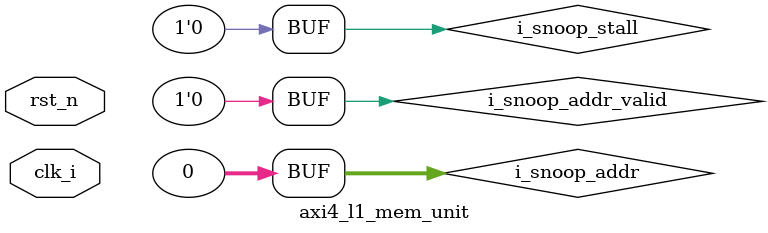
<source format=sv>
/****************************************************************************
 * axi4_l1_mem_unit.sv
 ****************************************************************************/

/**
 * Module: axi4_l1_mem_unit
 * 
 * TODO: Add module documentation
 */
module axi4_l1_mem_unit #(
			CACHE_WAYS = 4,
			AXI4_ADDRESS_WIDTH = 32,
			AXI4_DATA_WIDTH = 32,
			AXI4_ID_WIDTH = 2
		) (
			input				clk_i,
			input				rst_n,
			axi4_if.slave		s
		);
	
	wire[AXI4_ADDRESS_WIDTH-1:0] 	i_snoop_addr = 0;
	wire							i_snoop_addr_valid = 0;
	wire							o_snoop_stall;
	wire[AXI4_ADDRESS_WIDTH-1:0]	o_snoop_addr;
	wire							o_snoop_addr_valid;
	wire							i_snoop_stall = 0;
	
	axi4_if #(
		.AXI4_ADDRESS_WIDTH  (AXI4_ADDRESS_WIDTH ), 
		.AXI4_DATA_WIDTH     (AXI4_DATA_WIDTH    ), 
		.AXI4_ID_WIDTH       (AXI4_ID_WIDTH      )
		) cache2mem (
		);

	axi4_l1_cache_2 #(
		.CACHE_WAYS          (CACHE_WAYS         ), 
		.AXI4_ADDRESS_WIDTH  (AXI4_ADDRESS_WIDTH ), 
		.AXI4_DATA_WIDTH     (AXI4_DATA_WIDTH    )
		) u_cache (
		.clk_i               (clk_i              ), 
		.rst_n               (rst_n              ), 
		.in                  (s                 ), 
		.i_snoop_addr        (i_snoop_addr       ), 
		.i_snoop_addr_valid  (i_snoop_addr_valid ), 
		.o_snoop_stall       (o_snoop_stall      ), 
		.o_snoop_addr        (o_snoop_addr       ), 
		.o_snoop_addr_valid  (o_snoop_addr_valid ), 
		.i_snoop_stall       (i_snoop_stall      ), 
		.out                 (cache2mem.master   ));
	
	axi4_sram #(
		.MEM_ADDR_BITS      (10     ), 
		.AXI_ADDRESS_WIDTH  (AXI4_ADDRESS_WIDTH ), 
		.AXI_DATA_WIDTH     (AXI4_DATA_WIDTH    ), 
		.AXI_ID_WIDTH       (AXI4_ID_WIDTH      )
		) u_sram (
		.ACLK               (clk_i              ), 
		.ARESETn            (rst_n              ), 
		.s                  (cache2mem.slave    ));

endmodule


</source>
